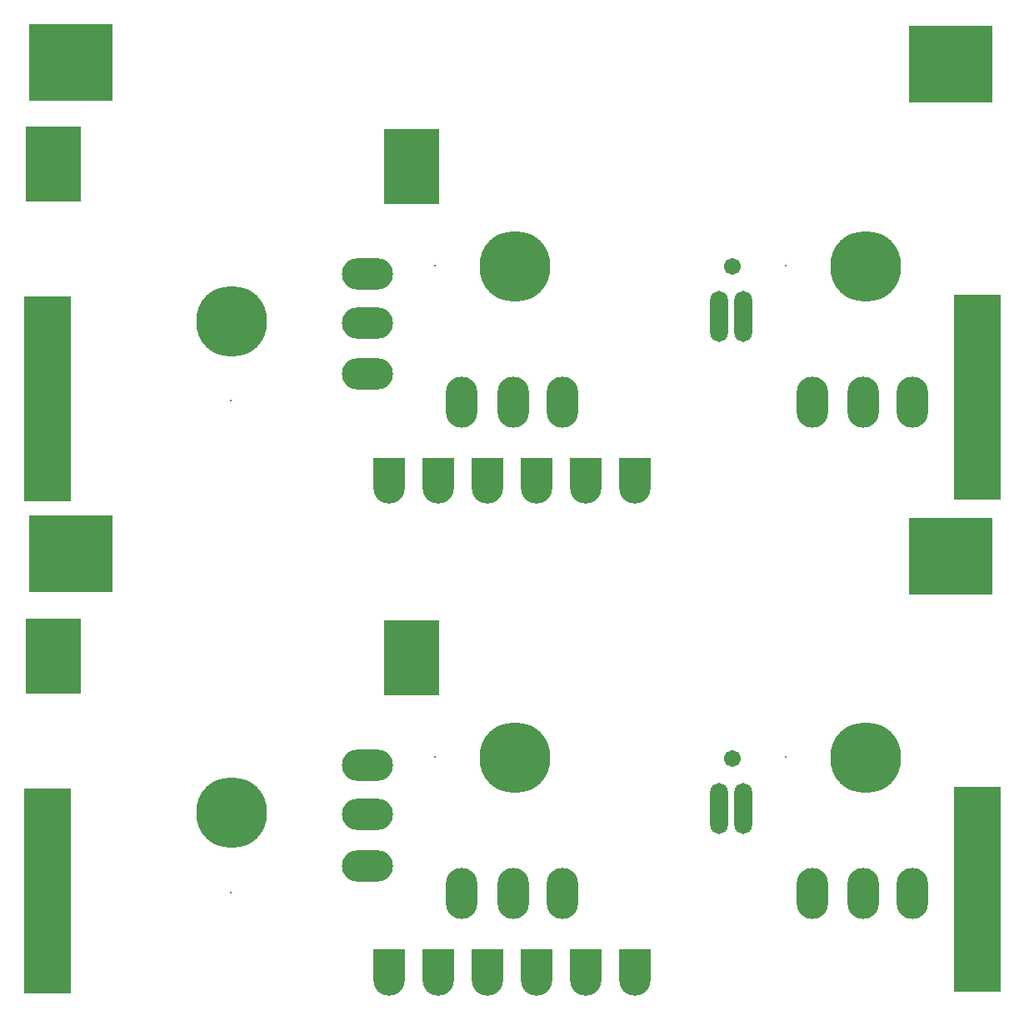
<source format=gbs>
G04*
G04 #@! TF.GenerationSoftware,Altium Limited,Altium Designer,21.0.8 (223)*
G04*
G04 Layer_Color=16711935*
%FSLAX44Y44*%
%MOMM*%
G71*
G04*
G04 #@! TF.SameCoordinates,31EEA714-13B4-4420-B856-4EAA1F9135B5*
G04*
G04*
G04 #@! TF.FilePolarity,Negative*
G04*
G01*
G75*
%ADD30C,1.7032*%
%ADD31C,0.2032*%
%ADD32C,7.2032*%
%ADD33O,1.8032X5.2032*%
%ADD34R,3.2032X3.2032*%
%ADD35C,3.2032*%
%ADD36O,3.2032X5.2032*%
%ADD37O,5.2032X3.2032*%
%ADD38R,8.5282X7.7782*%
%ADD39R,4.7032X20.9032*%
%ADD40R,5.6782X7.6032*%
%ADD41C,1.2032*%
D30*
X977390Y499180D02*
D03*
Y999180D02*
D03*
D31*
X1031890Y500680D02*
D03*
X675890Y500680D02*
D03*
X468000Y363000D02*
D03*
X1031890Y1000680D02*
D03*
X675890Y1000680D02*
D03*
X468000Y863000D02*
D03*
D32*
X1112890Y499680D02*
D03*
X756890Y499680D02*
D03*
X469000Y444000D02*
D03*
X1112890Y999680D02*
D03*
X756890Y999680D02*
D03*
X469000Y944000D02*
D03*
D33*
X964000Y448500D02*
D03*
X989000D02*
D03*
X964000Y948500D02*
D03*
X989000D02*
D03*
D34*
X829000Y289000D02*
D03*
X679000Y289000D02*
D03*
X879000D02*
D03*
X779000D02*
D03*
X629000D02*
D03*
X729000Y289000D02*
D03*
X829000Y789000D02*
D03*
X679000Y789000D02*
D03*
X879000D02*
D03*
X779000D02*
D03*
X629000D02*
D03*
X729000Y789000D02*
D03*
D35*
X829000Y274000D02*
D03*
X679000Y274000D02*
D03*
X879000Y274000D02*
D03*
X779000Y274000D02*
D03*
X629000D02*
D03*
X729000Y274000D02*
D03*
X829000Y774000D02*
D03*
X679000Y774000D02*
D03*
X879000Y774000D02*
D03*
X779000Y774000D02*
D03*
X629000D02*
D03*
X729000Y774000D02*
D03*
D36*
X1058890Y361680D02*
D03*
X1110890D02*
D03*
X1160890D02*
D03*
X804890Y361680D02*
D03*
X754890D02*
D03*
X702890D02*
D03*
X1058890Y861680D02*
D03*
X1110890D02*
D03*
X1160890D02*
D03*
X804890Y861680D02*
D03*
X754890D02*
D03*
X702890D02*
D03*
D37*
X607000Y390000D02*
D03*
Y442000D02*
D03*
Y492000D02*
D03*
Y890000D02*
D03*
Y942000D02*
D03*
Y992000D02*
D03*
D38*
X305610Y707176D02*
D03*
X1199826Y704920D02*
D03*
X305610Y1207176D02*
D03*
X1199826Y1204920D02*
D03*
D39*
X1226390Y366180D02*
D03*
X281890Y364680D02*
D03*
X1226390Y866180D02*
D03*
X281890Y864680D02*
D03*
D40*
X288125Y603500D02*
D03*
X651625Y601500D02*
D03*
X288125Y1103500D02*
D03*
X651625Y1101500D02*
D03*
D41*
X288500Y630500D02*
D03*
Y578250D02*
D03*
Y604250D02*
D03*
X651703Y628376D02*
D03*
X651727Y601234D02*
D03*
X652227Y576734D02*
D03*
X1226890Y428680D02*
D03*
Y304680D02*
D03*
Y404680D02*
D03*
Y379680D02*
D03*
Y354680D02*
D03*
Y329680D02*
D03*
X280390Y427180D02*
D03*
Y303180D02*
D03*
Y403180D02*
D03*
Y378180D02*
D03*
Y353180D02*
D03*
Y328180D02*
D03*
X288500Y1130500D02*
D03*
Y1078250D02*
D03*
Y1104250D02*
D03*
X651703Y1128376D02*
D03*
X651727Y1101234D02*
D03*
X652227Y1076734D02*
D03*
X1226890Y928680D02*
D03*
Y804680D02*
D03*
Y904680D02*
D03*
Y879680D02*
D03*
Y854680D02*
D03*
Y829680D02*
D03*
X280390Y927180D02*
D03*
Y803180D02*
D03*
Y903180D02*
D03*
Y878180D02*
D03*
Y853180D02*
D03*
Y828180D02*
D03*
M02*

</source>
